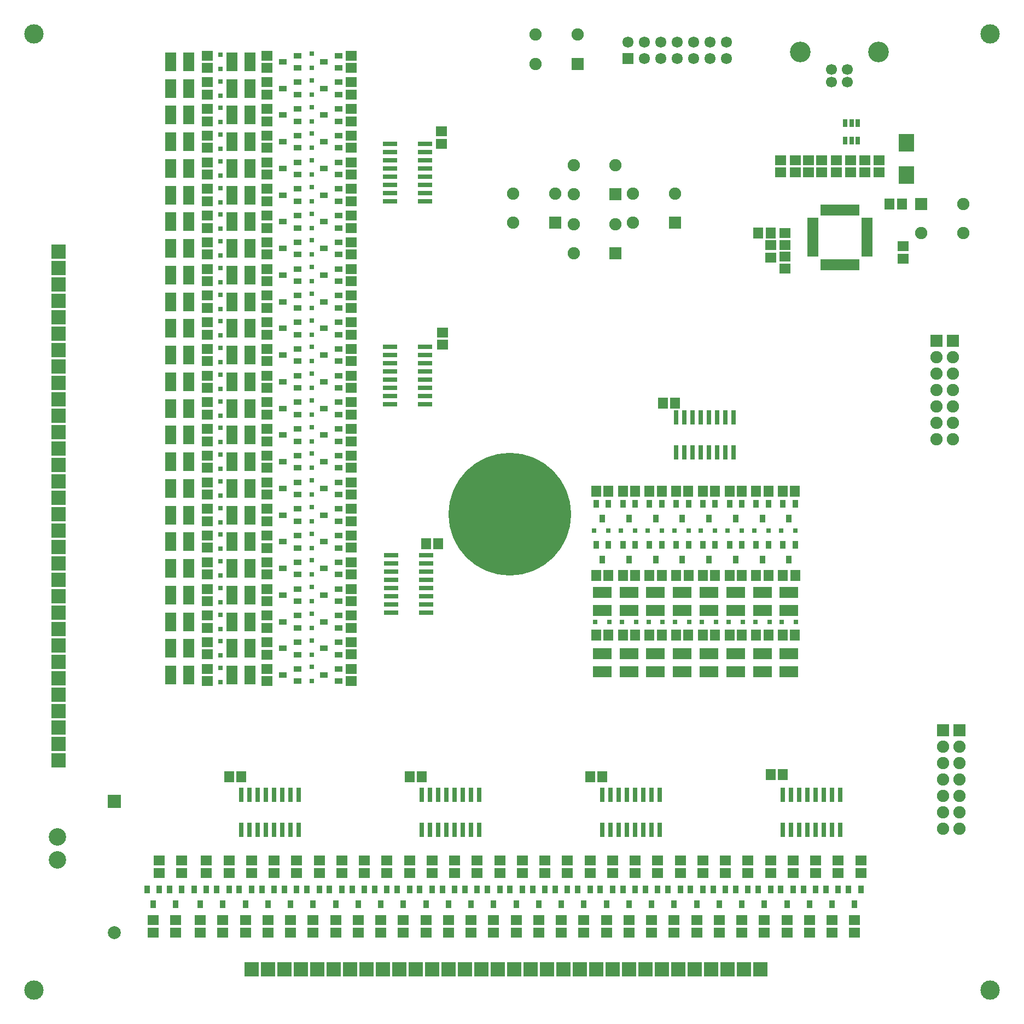
<source format=gbr>
G04 DipTrace 2.4.0.2*
%INTopMask.grb*%
%MOMM*%
%ADD28C,3.0*%
%ADD33R,2.0X2.0*%
%ADD47C,19.0*%
%ADD56R,2.9X1.8*%
%ADD58R,1.25X0.85*%
%ADD60R,0.8X0.8*%
%ADD62R,1.8X2.9*%
%ADD64R,0.85X1.25*%
%ADD66R,2.2X0.8*%
%ADD68R,0.8X2.2*%
%ADD70C,2.7*%
%ADD73C,2.0*%
%ADD75R,2.2X2.2*%
%ADD76C,1.724*%
%ADD78R,1.724X1.724*%
%ADD80R,0.8X1.3*%
%ADD82C,3.2*%
%ADD84C,1.7*%
%ADD86C,1.9*%
%ADD88R,1.9X1.9*%
%ADD90R,1.5X1.7*%
%ADD92R,0.5X1.8*%
%ADD94R,1.8X0.5*%
%ADD96R,2.4X2.8*%
%ADD98R,1.7X1.5*%
%FSLAX53Y53*%
G04*
G71*
G90*
G75*
G01*
%LNTopMask*%
%LPD*%
D98*
X135890Y133509D3*
Y131609D3*
X127000Y133509D3*
Y131609D3*
X122870Y133506D3*
Y131606D3*
D96*
X140058Y136167D3*
Y131167D3*
D98*
X124936Y133509D3*
Y131609D3*
X121297Y120344D3*
Y122244D3*
X139555Y118281D3*
Y120181D3*
X121297Y116693D3*
Y118593D3*
D94*
X125584Y124314D3*
Y123814D3*
Y123314D3*
Y122814D3*
Y122314D3*
Y121814D3*
Y121314D3*
Y120814D3*
Y120314D3*
Y119814D3*
Y119314D3*
Y118814D3*
D92*
X127034Y117364D3*
X127534D3*
X128034D3*
X128534D3*
X129034D3*
X129534D3*
X130034D3*
X130534D3*
X131034D3*
X131534D3*
X132034D3*
X132534D3*
D94*
X133984Y118814D3*
Y119314D3*
Y119814D3*
Y120314D3*
Y120814D3*
Y121314D3*
Y121814D3*
Y122314D3*
Y122814D3*
Y123314D3*
Y123814D3*
Y124314D3*
D92*
X132534Y125764D3*
X132034D3*
X131534D3*
X131034D3*
X130534D3*
X130034D3*
X129534D3*
X129034D3*
X128534D3*
X128034D3*
X127534D3*
X127034D3*
D98*
X131442Y133506D3*
Y131606D3*
D90*
X137491Y126695D3*
X139391D3*
D98*
X129222Y133509D3*
Y131609D3*
X133667Y133509D3*
Y131609D3*
X120650Y131604D3*
Y133504D3*
X119075Y118444D3*
Y120344D3*
D90*
X117170Y122249D3*
X119070D3*
D88*
X142413Y126695D3*
D86*
Y122195D3*
X148913D3*
Y126695D3*
D88*
X95091Y128270D3*
D86*
Y132770D3*
X88591D3*
Y128270D3*
D88*
X85725Y123825D3*
D86*
Y128325D3*
X79225D3*
Y123825D3*
D88*
X104299D3*
D86*
Y128325D3*
X97799D3*
Y123825D3*
D88*
X95091Y119062D3*
D86*
Y123562D3*
X88591D3*
Y119062D3*
D88*
X89217Y148431D3*
D86*
Y152931D3*
X82718D3*
Y148431D3*
D84*
X130969Y145574D3*
X128469D3*
X130969Y147574D3*
X128469D3*
D82*
X135745Y150225D3*
X123680D3*
D80*
X130651Y136525D3*
X131601D3*
X132551D3*
Y139225D3*
X131601D3*
X130651D3*
D78*
X96996Y149225D3*
D76*
X99536D3*
X102076D3*
X104616D3*
X107156D3*
X109696D3*
X112236D3*
Y151765D3*
X109696D3*
X107156D3*
X104616D3*
X102076D3*
X99536D3*
X96996D3*
D75*
X38735Y8255D3*
X41275D3*
X43815D3*
X46355D3*
X48895D3*
X51435D3*
X53975D3*
X56515D3*
X59055D3*
X61595D3*
X64135D3*
X66675D3*
X69215D3*
X71755D3*
X74295D3*
X76835D3*
X79375D3*
X81915D3*
X84455D3*
X86995D3*
X89535D3*
X92075D3*
X94615D3*
X97155D3*
X99695D3*
X102235D3*
X104775D3*
X107315D3*
X109855D3*
X112395D3*
X114935D3*
X117475D3*
D88*
X145732Y45244D3*
D86*
Y42704D3*
Y40164D3*
Y37624D3*
Y35084D3*
Y32544D3*
Y30004D3*
D88*
X148273Y45244D3*
D86*
Y42704D3*
Y40164D3*
Y37624D3*
Y35084D3*
Y32544D3*
Y30004D3*
D73*
X17463Y13970D3*
D33*
Y34290D3*
D70*
X8731Y28734D3*
Y25234D3*
D75*
X8890Y119380D3*
Y116840D3*
Y114300D3*
Y111760D3*
Y109220D3*
Y106680D3*
Y104140D3*
Y101600D3*
Y99060D3*
Y96520D3*
Y93980D3*
Y91440D3*
Y88900D3*
Y86360D3*
Y83820D3*
Y81280D3*
Y78740D3*
Y76200D3*
Y73660D3*
Y71120D3*
Y68580D3*
Y66040D3*
Y63500D3*
Y60960D3*
Y58420D3*
Y55880D3*
Y53340D3*
Y50800D3*
Y48260D3*
Y45720D3*
Y43180D3*
Y40640D3*
D88*
X144780Y105569D3*
D86*
Y103029D3*
Y100489D3*
Y97949D3*
Y95409D3*
Y92869D3*
Y90329D3*
D88*
X147320Y105568D3*
D86*
Y103028D3*
Y100488D3*
Y97948D3*
Y95408D3*
Y92868D3*
Y90328D3*
D90*
X91123Y38100D3*
X93023D3*
D68*
X37148Y29845D3*
X38417D3*
X39688D3*
X40958D3*
X42227D3*
X43498D3*
X44768D3*
X46038D3*
Y35245D3*
X44768D3*
X43498D3*
X42227D3*
X40958D3*
X39688D3*
X38417D3*
X37148D3*
D90*
X35242Y38100D3*
X37143D3*
D68*
X65088Y29845D3*
X66358D3*
X67628D3*
X68898D3*
X70168D3*
X71438D3*
X72708D3*
X73978D3*
Y35245D3*
X72708D3*
X71438D3*
X70168D3*
X68898D3*
X67628D3*
X66358D3*
X65088D3*
D90*
X119062Y38417D3*
X120963D3*
D68*
X93028Y29845D3*
X94298D3*
X95567D3*
X96838D3*
X98108D3*
X99378D3*
X100647D3*
X101918D3*
Y35245D3*
X100647D3*
X99378D3*
X98108D3*
X96838D3*
X95567D3*
X94298D3*
X93028D3*
D90*
X63183Y38100D3*
X65082D3*
D68*
X120968Y29845D3*
X122238D3*
X123508D3*
X124777D3*
X126048D3*
X127317D3*
X128588D3*
X129857D3*
Y35245D3*
X128588D3*
X127317D3*
X126048D3*
X124777D3*
X123508D3*
X122238D3*
X120968D3*
D98*
X68263Y104934D3*
Y106834D3*
D66*
X60168Y136047D3*
Y134778D3*
Y133508D3*
Y132237D3*
Y130968D3*
Y129697D3*
Y128428D3*
Y127158D3*
X65568D3*
Y128428D3*
Y129697D3*
Y130968D3*
Y132237D3*
Y133508D3*
Y134778D3*
Y136047D3*
D90*
X67628Y74136D3*
X65728D3*
D66*
X60168Y104615D3*
Y103345D3*
Y102075D3*
Y100805D3*
Y99535D3*
Y98265D3*
Y96995D3*
Y95725D3*
X65568D3*
Y96995D3*
Y98265D3*
Y99535D3*
Y100805D3*
Y102075D3*
Y103345D3*
Y104615D3*
D90*
X104294Y95885D3*
X102394D3*
D66*
X60325Y72390D3*
Y71120D3*
Y69850D3*
Y68580D3*
Y67310D3*
Y66040D3*
Y64770D3*
Y63500D3*
X65725D3*
Y64770D3*
Y66040D3*
Y67310D3*
Y68580D3*
Y69850D3*
Y71120D3*
Y72390D3*
D98*
X68104Y136049D3*
Y137949D3*
D68*
X104457Y88265D3*
X105728D3*
X106997D3*
X108267D3*
X109537D3*
X110808D3*
X112077D3*
X113347D3*
Y93665D3*
X112077D3*
X110808D3*
X109537D3*
X108267D3*
X106997D3*
X105728D3*
X104457D3*
D98*
X24447Y25082D3*
Y23183D3*
X23495Y13970D3*
Y15870D3*
D64*
X24447Y20637D3*
X22547D3*
X23497Y18338D3*
D98*
X27940Y25082D3*
Y23183D3*
X26988Y13970D3*
Y15870D3*
D64*
X27940Y20637D3*
X26040D3*
X26990Y18338D3*
D98*
X31750Y25082D3*
Y23183D3*
X30798Y13970D3*
Y15870D3*
D64*
X31750Y20637D3*
X29850D3*
X30800Y18338D3*
D98*
X35242Y25082D3*
Y23183D3*
X34290Y13970D3*
Y15870D3*
D64*
X35242Y20637D3*
X33342D3*
X34292Y18338D3*
D98*
X38735Y25082D3*
Y23183D3*
X37782Y13970D3*
Y15870D3*
D64*
X38735Y20637D3*
X36835D3*
X37785Y18338D3*
D98*
X42227Y25082D3*
Y23183D3*
X41275Y13970D3*
Y15870D3*
D64*
X42227Y20637D3*
X40327D3*
X41277Y18338D3*
D98*
X45720Y25082D3*
Y23183D3*
X44768Y13970D3*
Y15870D3*
D64*
X45720Y20637D3*
X43820D3*
X44770Y18338D3*
D98*
X49213Y25082D3*
Y23183D3*
X48260Y13970D3*
Y15870D3*
D64*
X49212Y20637D3*
X47312D3*
X48262Y18338D3*
D98*
X52705Y25082D3*
Y23183D3*
X51752Y13970D3*
Y15870D3*
D64*
X52705Y20637D3*
X50805D3*
X51755Y18338D3*
D98*
X56197Y25082D3*
Y23183D3*
X55245Y13970D3*
Y15870D3*
D64*
X56197Y20637D3*
X54297D3*
X55247Y18338D3*
D98*
X59690Y25082D3*
Y23183D3*
X58738Y13970D3*
Y15870D3*
D64*
X59690Y20637D3*
X57790D3*
X58740Y18338D3*
D98*
X63183Y25082D3*
Y23183D3*
X62230Y13970D3*
Y15870D3*
D64*
X63182Y20637D3*
X61282D3*
X62232Y18338D3*
D98*
X66675Y25082D3*
Y23183D3*
X65723Y13970D3*
Y15870D3*
D64*
X66675Y20637D3*
X64775D3*
X65725Y18338D3*
D98*
X70168Y25082D3*
Y23183D3*
X69215Y13970D3*
Y15870D3*
D64*
X70167Y20637D3*
X68267D3*
X69217Y18338D3*
D98*
X73660Y25082D3*
Y23183D3*
X72707Y13970D3*
Y15870D3*
D64*
X73660Y20637D3*
X71760D3*
X72710Y18338D3*
D98*
X77153Y25082D3*
Y23183D3*
X76200Y13970D3*
Y15870D3*
D64*
X77152Y20637D3*
X75252D3*
X76202Y18338D3*
D98*
X80645Y25082D3*
Y23183D3*
X79693Y13970D3*
Y15870D3*
D64*
X80645Y20637D3*
X78745D3*
X79695Y18338D3*
D98*
X84138Y25082D3*
Y23183D3*
X83185Y13970D3*
Y15870D3*
D64*
X84137Y20637D3*
X82237D3*
X83187Y18338D3*
D98*
X87630Y25082D3*
Y23183D3*
X86677Y13970D3*
Y15870D3*
D64*
X87630Y20637D3*
X85730D3*
X86680Y18338D3*
D98*
X91123Y25082D3*
Y23183D3*
X90170Y13970D3*
Y15870D3*
D64*
X91122Y20637D3*
X89222D3*
X90172Y18338D3*
D98*
X94615Y25082D3*
Y23183D3*
X93663Y13970D3*
Y15870D3*
D64*
X94615Y20637D3*
X92715D3*
X93665Y18338D3*
D98*
X98108Y25082D3*
Y23183D3*
X97155Y13970D3*
Y15870D3*
D64*
X98107Y20637D3*
X96207D3*
X97157Y18338D3*
D98*
X101600Y25082D3*
Y23183D3*
X100647Y13970D3*
Y15870D3*
D64*
X101600Y20637D3*
X99700D3*
X100650Y18338D3*
D98*
X105093Y25082D3*
Y23183D3*
X104140Y13970D3*
Y15870D3*
D64*
X105092Y20637D3*
X103192D3*
X104142Y18338D3*
D98*
X108585Y25082D3*
Y23183D3*
X107633Y13975D3*
Y15875D3*
D64*
X108585Y20637D3*
X106685D3*
X107635Y18338D3*
D98*
X112078Y25082D3*
Y23183D3*
X111125Y13970D3*
Y15870D3*
D64*
X112077Y20637D3*
X110177D3*
X111127Y18338D3*
D98*
X115570Y25082D3*
Y23183D3*
X114618Y13970D3*
Y15870D3*
D64*
X115570Y20637D3*
X113670D3*
X114620Y18338D3*
D98*
X119062Y25082D3*
Y23183D3*
X118110Y13970D3*
Y15870D3*
D64*
X119062Y20637D3*
X117162D3*
X118112Y18338D3*
D98*
X122555Y25082D3*
Y23183D3*
X121603Y13970D3*
Y15870D3*
D64*
X122555Y20637D3*
X120655D3*
X121605Y18338D3*
D98*
X126048Y25082D3*
Y23183D3*
X125095Y13970D3*
Y15870D3*
D64*
X126047Y20637D3*
X124147D3*
X125097Y18338D3*
D98*
X129509Y25103D3*
Y23203D3*
X128587Y13970D3*
Y15870D3*
D64*
X129540Y20637D3*
X127640D3*
X128590Y18338D3*
D98*
X133032Y25082D3*
Y23183D3*
X132080Y13970D3*
Y15870D3*
D64*
X133032Y20637D3*
X131132D3*
X132083Y18338D3*
D98*
X31910Y147800D3*
Y149700D3*
D62*
X29052Y148748D3*
X26252D3*
D98*
X41117Y147795D3*
Y149695D3*
X54135Y149700D3*
Y147800D3*
D62*
X35720Y148748D3*
X38520D3*
D60*
X33963Y147648D3*
Y149847D3*
X48102Y147795D3*
Y149995D3*
D58*
X45880Y147795D3*
Y149695D3*
X43580Y148745D3*
X52230Y147795D3*
Y149695D3*
X49930Y148745D3*
D98*
X31910Y143668D3*
Y145568D3*
D62*
X29052Y144615D3*
X26252D3*
D98*
X41117Y143662D3*
Y145562D3*
X54135Y145568D3*
Y143667D3*
D62*
X35720Y144615D3*
X38520D3*
D60*
X33963Y143515D3*
Y145715D3*
X48102Y143662D3*
Y145862D3*
D58*
X45880Y143662D3*
Y145563D3*
X43580Y144613D3*
X52230Y143662D3*
Y145563D3*
X49930Y144613D3*
D98*
X31910Y139540D3*
Y141440D3*
D62*
X29052Y140487D3*
X26252D3*
D98*
X41117Y139535D3*
Y141435D3*
X54135Y141440D3*
Y139540D3*
D62*
X35720Y140487D3*
X38520D3*
D60*
X33963Y139388D3*
Y141588D3*
X48102Y139535D3*
Y141735D3*
D58*
X45880Y139535D3*
Y141435D3*
X43580Y140485D3*
X52230Y139535D3*
Y141435D3*
X49930Y140485D3*
D98*
X31910Y135412D3*
Y137312D3*
D62*
X29052Y136360D3*
X26252D3*
D98*
X41117Y135407D3*
Y137308D3*
X54135Y137312D3*
Y135412D3*
D62*
X35720Y136360D3*
X38520D3*
D60*
X33963Y135260D3*
Y137460D3*
X48102Y135407D3*
Y137607D3*
D58*
X45880Y135407D3*
Y137308D3*
X43580Y136357D3*
X52230Y135407D3*
Y137308D3*
X49930Y136357D3*
D98*
X31910Y131285D3*
Y133185D3*
D62*
X29052Y132232D3*
X26252D3*
D98*
X41117Y131280D3*
Y133180D3*
X54135Y133185D3*
Y131285D3*
D62*
X35720Y132232D3*
X38520D3*
D60*
X33963Y131133D3*
Y133333D3*
X48102Y131280D3*
Y133480D3*
D58*
X45880Y131280D3*
Y133180D3*
X43580Y132230D3*
X52230Y131280D3*
Y133180D3*
X49930Y132230D3*
D98*
X31910Y127157D3*
Y129058D3*
D62*
X29052Y128105D3*
X26252D3*
D98*
X41117Y127152D3*
Y129053D3*
X54135Y129058D3*
Y127157D3*
D62*
X35720Y128105D3*
X38520D3*
D60*
X33963Y127005D3*
Y129205D3*
X48102Y127153D3*
Y129352D3*
D58*
X45880Y127152D3*
Y129053D3*
X43580Y128102D3*
X52230Y127152D3*
Y129053D3*
X49930Y128102D3*
D98*
X31910Y123030D3*
Y124930D3*
D62*
X29052Y123978D3*
X26252D3*
D98*
X41117Y123025D3*
Y124925D3*
X54135Y124930D3*
Y123030D3*
D62*
X35720Y123978D3*
X38520D3*
D60*
X33963Y122878D3*
Y125078D3*
X48102Y123025D3*
Y125225D3*
D58*
X45880Y123025D3*
Y124925D3*
X43580Y123975D3*
X52230Y123025D3*
Y124925D3*
X49930Y123975D3*
D98*
X31910Y118907D3*
Y120808D3*
D62*
X29052Y119855D3*
X26252D3*
D98*
X41117Y118902D3*
Y120803D3*
X54135Y120808D3*
Y118907D3*
D62*
X35720Y119855D3*
X38520D3*
D60*
X33963Y118755D3*
Y120955D3*
X48102Y118903D3*
Y121103D3*
D58*
X45880Y118902D3*
Y120803D3*
X43580Y119853D3*
X52230Y118902D3*
Y120803D3*
X49930Y119853D3*
D98*
X31910Y114770D3*
Y116670D3*
D62*
X29052Y115718D3*
X26252D3*
D98*
X41117Y114765D3*
Y116665D3*
X54135Y116670D3*
Y114770D3*
D62*
X35720Y115718D3*
X38520D3*
D60*
X33963Y114618D3*
Y116817D3*
X48102Y114765D3*
Y116965D3*
D58*
X45880Y114765D3*
Y116665D3*
X43580Y115715D3*
X52230Y114765D3*
Y116665D3*
X49930Y115715D3*
D98*
X31910Y110647D3*
Y112548D3*
D62*
X29052Y111595D3*
X26252D3*
D98*
X41117Y110642D3*
Y112543D3*
X54135Y112548D3*
Y110647D3*
D62*
X35720Y111595D3*
X38520D3*
D60*
X33963Y110495D3*
Y112695D3*
X48102Y110642D3*
Y112842D3*
D58*
X45880Y110642D3*
Y112543D3*
X43580Y111593D3*
X52230Y110642D3*
Y112543D3*
X49930Y111593D3*
D98*
X31910Y106520D3*
Y108420D3*
D62*
X29052Y107468D3*
X26252D3*
D98*
X41117Y106515D3*
Y108415D3*
X54135Y108420D3*
Y106520D3*
D62*
X35720Y107468D3*
X38520D3*
D60*
X33963Y106368D3*
Y108567D3*
X48102Y106515D3*
Y108715D3*
D58*
X45880Y106515D3*
Y108415D3*
X43580Y107465D3*
X52230Y106515D3*
Y108415D3*
X49930Y107465D3*
D98*
X31910Y102397D3*
Y104298D3*
D62*
X29052Y103345D3*
X26252D3*
D98*
X41117Y102392D3*
Y104293D3*
X54135Y104298D3*
Y102397D3*
D62*
X35720Y103345D3*
X38520D3*
D60*
X33963Y102245D3*
Y104445D3*
X48102Y102392D3*
Y104592D3*
D58*
X45880Y102392D3*
Y104293D3*
X43580Y103343D3*
X52230Y102392D3*
Y104293D3*
X49930Y103343D3*
D98*
X31910Y98270D3*
Y100170D3*
D62*
X29052Y99218D3*
X26252D3*
D98*
X41117Y98265D3*
Y100165D3*
X54135Y100170D3*
Y98270D3*
D62*
X35720Y99218D3*
X38520D3*
D60*
X33963Y98118D3*
Y100317D3*
X48102Y98265D3*
Y100465D3*
D58*
X45880Y98265D3*
Y100165D3*
X43580Y99215D3*
X52230Y98265D3*
Y100165D3*
X49930Y99215D3*
D98*
X31910Y94147D3*
Y96048D3*
D62*
X29052Y95095D3*
X26252D3*
D98*
X41117Y94142D3*
Y96043D3*
X54135Y96048D3*
Y94147D3*
D62*
X35720Y95095D3*
X38520D3*
D60*
X33963Y93995D3*
Y96195D3*
X48102Y94142D3*
Y96342D3*
D58*
X45880Y94142D3*
Y96043D3*
X43580Y95093D3*
X52230Y94142D3*
Y96043D3*
X49930Y95093D3*
D98*
X31910Y90010D3*
Y91910D3*
D62*
X29052Y90957D3*
X26252D3*
D98*
X41117Y90005D3*
Y91905D3*
X54135Y91910D3*
Y90010D3*
D62*
X35720Y90957D3*
X38520D3*
D60*
X33963Y89858D3*
Y92057D3*
X48102Y90005D3*
Y92205D3*
D58*
X45880Y90005D3*
Y91905D3*
X43580Y90955D3*
X52230Y90005D3*
Y91905D3*
X49930Y90955D3*
D98*
X31910Y85882D3*
Y87783D3*
D62*
X29052Y86830D3*
X26252D3*
D98*
X41117Y85877D3*
Y87777D3*
X54135Y87782D3*
Y85882D3*
D62*
X35720Y86830D3*
X38520D3*
D60*
X33963Y85730D3*
Y87930D3*
X48102Y85877D3*
Y88078D3*
D58*
X45880Y85877D3*
Y87777D3*
X43580Y86828D3*
X52230Y85877D3*
Y87777D3*
X49930Y86828D3*
D98*
X31910Y81760D3*
Y83660D3*
D62*
X29052Y82707D3*
X26252D3*
D98*
X41117Y81755D3*
Y83655D3*
X54135Y83660D3*
Y81760D3*
D62*
X35720Y82707D3*
X38520D3*
D60*
X33963Y81608D3*
Y83808D3*
X48102Y81755D3*
Y83955D3*
D58*
X45880Y81755D3*
Y83655D3*
X43580Y82705D3*
X52230Y81755D3*
Y83655D3*
X49930Y82705D3*
D98*
X31910Y77638D3*
Y79538D3*
D62*
X29052Y78585D3*
X26252D3*
D98*
X41117Y77633D3*
Y79532D3*
X54135Y79538D3*
Y77638D3*
D62*
X35720Y78585D3*
X38520D3*
D60*
X33963Y77485D3*
Y79685D3*
X48102Y77633D3*
Y79833D3*
D58*
X45880Y77633D3*
Y79532D3*
X43580Y78582D3*
X52230Y77633D3*
Y79532D3*
X49930Y78582D3*
D98*
X31910Y73510D3*
Y75410D3*
D62*
X29052Y74457D3*
X26252D3*
D98*
X41117Y73505D3*
Y75405D3*
X54135Y75410D3*
Y73510D3*
D62*
X35720Y74457D3*
X38520D3*
D60*
X33963Y73358D3*
Y75558D3*
X48102Y73505D3*
Y75705D3*
D58*
X45880Y73505D3*
Y75405D3*
X43580Y74455D3*
X52230Y73505D3*
Y75405D3*
X49930Y74455D3*
D98*
X31910Y69383D3*
Y71283D3*
D62*
X29052Y70330D3*
X26252D3*
D98*
X41117Y69378D3*
Y71278D3*
X54135Y71282D3*
Y69383D3*
D62*
X35720Y70330D3*
X38520D3*
D60*
X33963Y69230D3*
Y71430D3*
X48102Y69378D3*
Y71578D3*
D58*
X45880Y69378D3*
Y71278D3*
X43580Y70328D3*
X52230Y69378D3*
Y71278D3*
X49930Y70328D3*
D98*
X31910Y65255D3*
Y67155D3*
D62*
X29052Y66203D3*
X26252D3*
D98*
X41117Y65250D3*
Y67150D3*
X54135Y67155D3*
Y65255D3*
D62*
X35720Y66203D3*
X38520D3*
D60*
X33963Y65103D3*
Y67302D3*
X48102Y65250D3*
Y67450D3*
D58*
X45880Y65250D3*
Y67150D3*
X43580Y66200D3*
X52230Y65250D3*
Y67150D3*
X49930Y66200D3*
D98*
X31910Y61128D3*
Y63028D3*
D62*
X29052Y62075D3*
X26252D3*
D98*
X41117Y61123D3*
Y63023D3*
X54135Y63028D3*
Y61128D3*
D62*
X35720Y62075D3*
X38520D3*
D60*
X33963Y60975D3*
Y63175D3*
X48102Y61123D3*
Y63322D3*
D58*
X45880Y61123D3*
Y63023D3*
X43580Y62072D3*
X52230Y61123D3*
Y63023D3*
X49930Y62072D3*
D98*
X31910Y57000D3*
Y58900D3*
D62*
X29052Y57947D3*
X26252D3*
D98*
X41117Y56995D3*
Y58895D3*
X54135Y58900D3*
Y57000D3*
D62*
X35720Y57947D3*
X38520D3*
D60*
X33963Y56848D3*
Y59048D3*
X48102Y56995D3*
Y59195D3*
D58*
X45880Y56995D3*
Y58895D3*
X43580Y57945D3*
X52230Y56995D3*
Y58895D3*
X49930Y57945D3*
D98*
X31910Y52873D3*
Y54773D3*
D62*
X29052Y53820D3*
X26252D3*
D98*
X41117Y52868D3*
Y54768D3*
X54135Y54773D3*
Y52873D3*
D62*
X35720Y53820D3*
X38520D3*
D60*
X33963Y52720D3*
Y54920D3*
X48102Y52868D3*
Y55068D3*
D58*
X45880Y52868D3*
Y54768D3*
X43580Y53818D3*
X52230Y52868D3*
Y54768D3*
X49930Y53818D3*
D90*
X93975Y60008D3*
X92075D3*
D56*
X93027Y57150D3*
Y54350D3*
D90*
X93980Y69215D3*
X92080D3*
X92075Y82233D3*
X93975D3*
D56*
X93027Y63817D3*
Y66618D3*
D60*
X94127Y62060D3*
X91927D3*
X93980Y76200D3*
X91780D3*
D64*
X93980Y73978D3*
X92080D3*
X93030Y71678D3*
X93980Y80328D3*
X92080D3*
X93030Y78027D3*
D90*
X98103Y60008D3*
X96203D3*
D56*
X97155Y57150D3*
Y54350D3*
D90*
X98108Y69215D3*
X96207D3*
X96202Y82233D3*
X98103D3*
D56*
X97155Y63817D3*
Y66618D3*
D60*
X98255Y62060D3*
X96055D3*
X98108Y76200D3*
X95908D3*
D64*
X98108Y73978D3*
X96207D3*
X97158Y71678D3*
X98108Y80328D3*
X96207D3*
X97158Y78027D3*
D90*
X102225Y60008D3*
X100325D3*
D56*
X101277Y57150D3*
Y54350D3*
D90*
X102230Y69215D3*
X100330D3*
X100325Y82233D3*
X102225D3*
D56*
X101277Y63817D3*
Y66618D3*
D60*
X102377Y62060D3*
X100178D3*
X102230Y76200D3*
X100030D3*
D64*
X102230Y73978D3*
X100330D3*
X101280Y71678D3*
X102230Y80328D3*
X100330D3*
X101280Y78027D3*
D90*
X106358Y60008D3*
X104457D3*
D56*
X105410Y57150D3*
Y54350D3*
D90*
X106363Y69215D3*
X104462D3*
X104457Y82233D3*
X106358D3*
D56*
X105410Y63817D3*
Y66618D3*
D60*
X106510Y62060D3*
X104310D3*
X106362Y76200D3*
X104163D3*
D64*
X106363Y73978D3*
X104462D3*
X105413Y71678D3*
X106363Y80328D3*
X104462D3*
X105413Y78027D3*
D90*
X110485Y60008D3*
X108585D3*
D56*
X109538Y57150D3*
Y54350D3*
D90*
X110490Y69215D3*
X108590D3*
X108585Y82233D3*
X110485D3*
D56*
X109538Y63817D3*
Y66618D3*
D60*
X110638Y62060D3*
X108438D3*
X110490Y76200D3*
X108290D3*
D64*
X110490Y73978D3*
X108590D3*
X109540Y71678D3*
X110490Y80328D3*
X108590D3*
X109540Y78027D3*
D90*
X114612Y60008D3*
X112712D3*
D56*
X113665Y57150D3*
Y54350D3*
D90*
X114618Y69215D3*
X112717D3*
X112713Y82233D3*
X114613D3*
D56*
X113665Y63817D3*
Y66618D3*
D60*
X114765Y62060D3*
X112565D3*
X114618Y76200D3*
X112418D3*
D64*
X114618Y73978D3*
X112717D3*
X113668Y71678D3*
X114618Y80328D3*
X112717D3*
X113668Y78027D3*
D90*
X118740Y60008D3*
X116840D3*
D56*
X117793Y57150D3*
Y54350D3*
D90*
X118745Y69215D3*
X116845D3*
X116840Y82233D3*
X118740D3*
D56*
X117793Y63817D3*
Y66618D3*
D60*
X118892Y62060D3*
X116693D3*
X118745Y76200D3*
X116545D3*
D64*
X118745Y73978D3*
X116845D3*
X117795Y71678D3*
X118745Y80328D3*
X116845D3*
X117795Y78027D3*
D90*
X122867Y60008D3*
X120967D3*
D56*
X121920Y57150D3*
Y54350D3*
D90*
X122873Y69215D3*
X120973D3*
X120967Y82233D3*
X122868D3*
D56*
X121920Y63817D3*
Y66618D3*
D60*
X123020Y62060D3*
X120820D3*
X122873Y76200D3*
X120673D3*
D64*
X122873Y73978D3*
X120972D3*
X121922Y71678D3*
X122873Y80328D3*
X120972D3*
X121922Y78027D3*
D28*
X5080Y5080D3*
Y153035D3*
X153035D3*
Y5080D3*
D47*
X78740Y78740D3*
M02*

</source>
